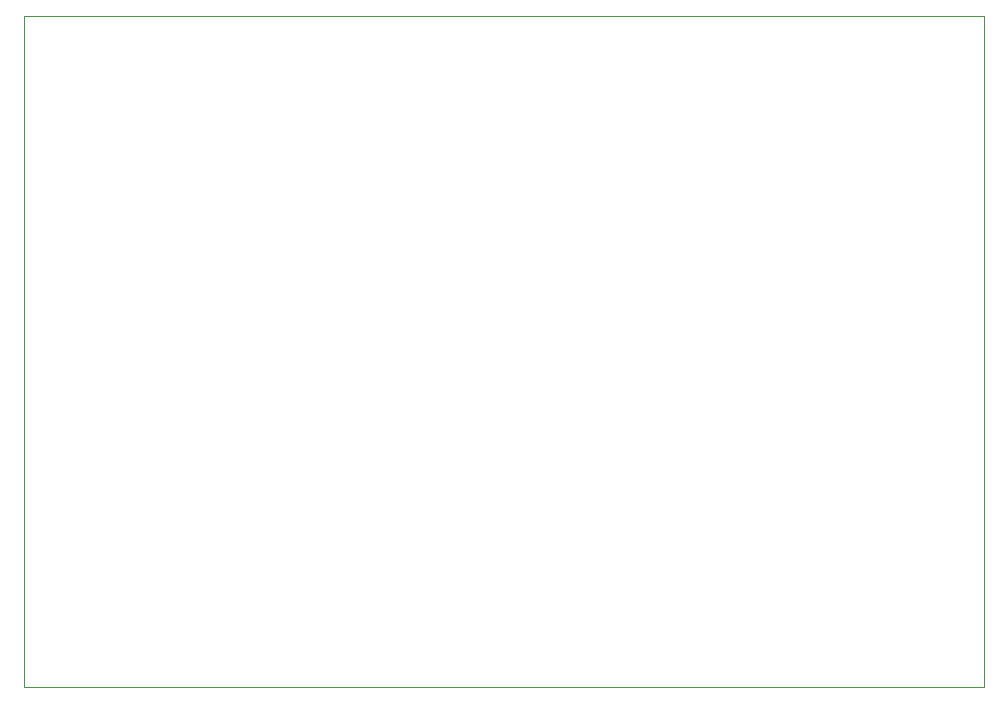
<source format=gbr>
G75*
G70*
%OFA0B0*%
%FSLAX24Y24*%
%IPPOS*%
%LPD*%
%AMOC8*
5,1,8,0,0,1.08239X$1,22.5*
%
%ADD10C,0.0000*%
D10*
X000100Y000100D02*
X000100Y022470D01*
X032092Y022470D01*
X032092Y000100D01*
X000100Y000100D01*
M02*

</source>
